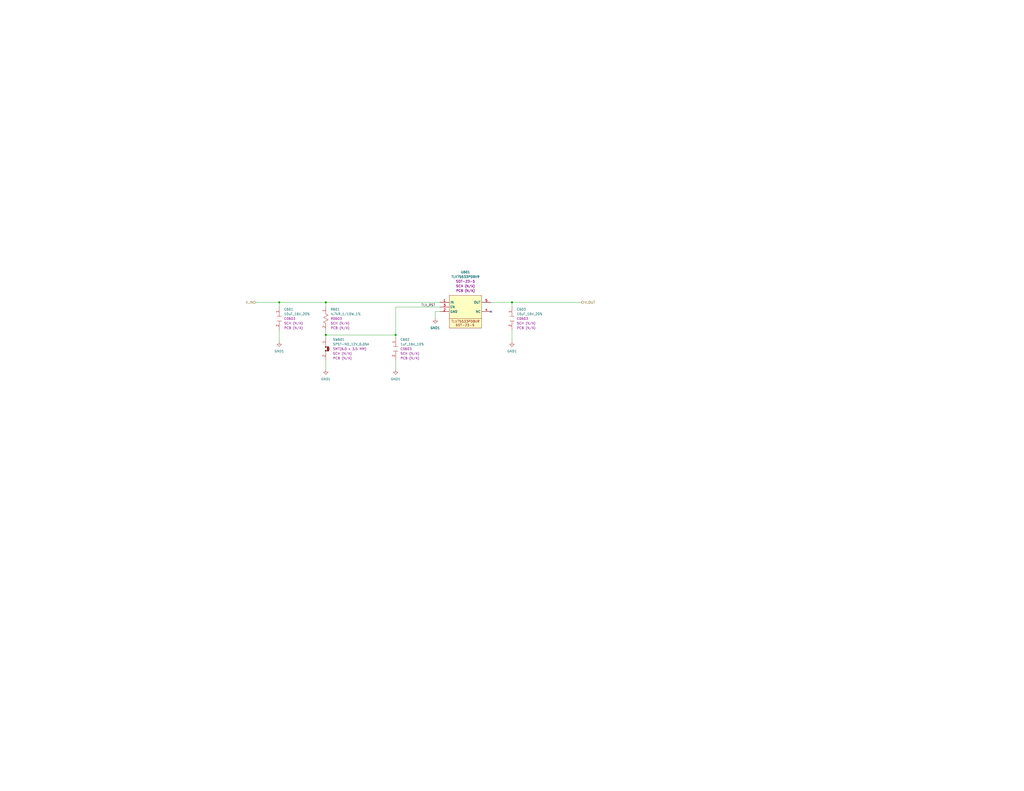
<source format=kicad_sch>
(kicad_sch (version 20231120) (generator "eeschema") (generator_version "8.0")
  (paper "C")
  (title_block (comment 2 "RELEASED"))
  (lib_symbols
    (symbol "_SCHLIB_ESP32-IsoLink:CAP_MLCC_10uF_16V_20%_X6S_C0603" (exclude_from_sim yes)
      (property "Reference" "C" (at 2.794 3.81 0))
      (property "Value" "10uF_16V_20%" (at 2.794 6.096 0))
      (property "Package" "C0603" (at 2.794 11.43 0))
      (property "SCH CHECK" "SCH (N/A)" (at 2.794 16.256 0))
      (property "PCB CHECk" "PCB (N/A)" (at 2.794 19.05 0))
      (symbol "CAP_MLCC_10uF_16V_20%_X6S_C0603_0_1"
        (polyline private (pts (xy 2.54 2.54) (xy 27.94 2.54)))
        (polyline private (pts (xy 2.54 5.08) (xy 27.94 5.08)))
        (polyline private (pts (xy 2.54 7.62) (xy 27.94 7.62)))
        (polyline private (pts (xy 2.54 10.16) (xy 27.94 10.16)))
        (polyline private (pts (xy 2.54 12.7) (xy 27.94 12.7)))
        (polyline private (pts (xy 2.54 15.24) (xy 27.94 15.24)))
        (polyline private (pts (xy 2.54 17.78) (xy 27.94 17.78)))
        (polyline private (pts (xy 2.54 20.32) (xy 27.94 20.32)))
        (polyline private (pts (xy 2.54 22.86) (xy 27.94 22.86)))
        (polyline private (pts (xy 2.54 25.4) (xy 27.94 25.4)))
        (polyline private (pts (xy 2.54 27.94) (xy 27.94 27.94)))
        (polyline private (pts (xy 2.54 30.48) (xy 27.94 30.48)))
        (polyline private (pts (xy 2.54 33.02) (xy 27.94 33.02)))
        (polyline private (pts (xy 2.54 35.56) (xy 27.94 35.56)))
        (polyline private (pts (xy 2.54 38.1) (xy 27.94 38.1)))
        (polyline private (pts (xy 2.54 40.64) (xy 27.94 40.64)))
        (polyline private (pts (xy 2.54 43.18) (xy 27.94 43.18)))
        (polyline private (pts (xy 2.54 45.72) (xy 27.94 45.72)))
        (polyline private (pts (xy 2.54 48.26) (xy 27.94 48.26)))
        (polyline private (pts (xy 2.54 50.8) (xy 27.94 50.8)))
        (polyline (pts (xy 5.08 1.27) (xy 5.08 -1.27)))
        (polyline (pts (xy 7.62 1.27) (xy 7.62 -1.27)))
      )
      (symbol "CAP_MLCC_10uF_16V_20%_X6S_C0603_1_1"
        (pin passive line (at 0 0 0) (length 5.08) (name "") (number "1"))
        (pin passive line (at 12.7 0 180) (length 5.08) (name "") (number "2"))
      )
    )
    (symbol "_SCHLIB_ESP32-IsoLink:CAP_MLCC_1uF_16V_10%_X7R_C0603" (exclude_from_sim yes)
      (property "Reference" "C" (at 2.794 3.81 0))
      (property "Value" "1uF_16V_10%" (at 2.794 6.096 0))
      (property "Package" "C0603" (at 2.794 11.43 0))
      (property "SCH CHECK" "SCH (N/A)" (at 2.794 16.256 0))
      (property "PCB CHECk" "PCB (N/A)" (at 2.794 19.05 0))
      (symbol "CAP_MLCC_1uF_16V_10%_X7R_C0603_0_1"
        (polyline private (pts (xy 2.54 2.54) (xy 27.94 2.54)))
        (polyline private (pts (xy 2.54 5.08) (xy 27.94 5.08)))
        (polyline private (pts (xy 2.54 7.62) (xy 27.94 7.62)))
        (polyline private (pts (xy 2.54 10.16) (xy 27.94 10.16)))
        (polyline private (pts (xy 2.54 12.7) (xy 27.94 12.7)))
        (polyline private (pts (xy 2.54 15.24) (xy 27.94 15.24)))
        (polyline private (pts (xy 2.54 17.78) (xy 27.94 17.78)))
        (polyline private (pts (xy 2.54 20.32) (xy 27.94 20.32)))
        (polyline private (pts (xy 2.54 22.86) (xy 27.94 22.86)))
        (polyline private (pts (xy 2.54 25.4) (xy 27.94 25.4)))
        (polyline private (pts (xy 2.54 27.94) (xy 27.94 27.94)))
        (polyline private (pts (xy 2.54 30.48) (xy 27.94 30.48)))
        (polyline private (pts (xy 2.54 33.02) (xy 27.94 33.02)))
        (polyline private (pts (xy 2.54 35.56) (xy 27.94 35.56)))
        (polyline private (pts (xy 2.54 38.1) (xy 27.94 38.1)))
        (polyline private (pts (xy 2.54 40.64) (xy 27.94 40.64)))
        (polyline private (pts (xy 2.54 43.18) (xy 27.94 43.18)))
        (polyline private (pts (xy 2.54 45.72) (xy 27.94 45.72)))
        (polyline private (pts (xy 2.54 48.26) (xy 27.94 48.26)))
        (polyline private (pts (xy 2.54 50.8) (xy 27.94 50.8)))
        (polyline (pts (xy 5.08 1.27) (xy 5.08 -1.27)))
        (polyline (pts (xy 7.62 1.27) (xy 7.62 -1.27)))
      )
      (symbol "CAP_MLCC_1uF_16V_10%_X7R_C0603_1_1"
        (pin passive line (at 0 0 0) (length 5.08) (name "") (number "1"))
        (pin passive line (at 12.7 0 180) (length 5.08) (name "") (number "2"))
      )
    )
    (symbol "_SCHLIB_ESP32-IsoLink:IC_PMIC_TLV75533PDBVR_REG LINEAR_3.3V_500mA_SOT23-5" (exclude_from_sim yes)
      (property "Reference" "U" (at 2.794 3.81 0))
      (property "Value" "TLV75533PDBVR" (at 2.794 6.096 0))
      (property "Package" "SOT-23-5" (at 2.794 11.43 0))
      (property "SCH CHECK" "SCH (N/A)" (at 2.794 16.256 0))
      (property "PCB CHECk" "PCB (N/A)" (at 2.794 19.05 0))
      (symbol "IC_PMIC_TLV75533PDBVR_REG LINEAR_3.3V_500mA_SOT23-5_0_1"
        (polyline private (pts (xy 2.54 2.54) (xy 27.94 2.54)))
        (polyline private (pts (xy 2.54 5.08) (xy 27.94 5.08)))
        (polyline private (pts (xy 2.54 7.62) (xy 27.94 7.62)))
        (polyline private (pts (xy 2.54 10.16) (xy 27.94 10.16)))
        (polyline private (pts (xy 2.54 12.7) (xy 27.94 12.7)))
        (polyline private (pts (xy 2.54 15.24) (xy 27.94 15.24)))
        (polyline private (pts (xy 2.54 17.78) (xy 27.94 17.78)))
        (polyline private (pts (xy 2.54 20.32) (xy 27.94 20.32)))
        (polyline private (pts (xy 2.54 22.86) (xy 27.94 22.86)))
        (polyline private (pts (xy 2.54 25.4) (xy 27.94 25.4)))
        (polyline private (pts (xy 2.54 27.94) (xy 27.94 27.94)))
        (polyline private (pts (xy 2.54 30.48) (xy 27.94 30.48)))
        (polyline private (pts (xy 2.54 33.02) (xy 27.94 33.02)))
        (polyline private (pts (xy 2.54 35.56) (xy 27.94 35.56)))
        (polyline private (pts (xy 2.54 38.1) (xy 27.94 38.1)))
        (polyline private (pts (xy 2.54 40.64) (xy 27.94 40.64)))
        (polyline private (pts (xy 2.54 43.18) (xy 27.94 43.18)))
        (polyline private (pts (xy 2.54 45.72) (xy 27.94 45.72)))
        (polyline private (pts (xy 2.54 48.26) (xy 27.94 48.26)))
        (polyline private (pts (xy 2.54 50.8) (xy 27.94 50.8)))
        (polyline (pts (xy 0 -12.7) (xy 17.78 -12.7)))
      )
      (symbol "IC_PMIC_TLV75533PDBVR_REG LINEAR_3.3V_500mA_SOT23-5_1_1"
        (rectangle (start 0 0) (end 17.78 -17.78) (fill (type background)))
        (text "SOT-23-5" (at 8.636 -16.256 0) (effects (font (size 1.27 1.27))))
        (text "TLV75533PDBVR" (at 8.89 -14.224 0) (effects (font (size 1.27 1.27))))
        (pin passive line (at -5.08 -3.81 0) (length 5.08) (name "IN") (number "1"))
        (pin passive line (at -5.08 -8.89 0) (length 5.08) (name "GND") (number "2"))
        (pin passive line (at -5.08 -6.35 0) (length 5.08) (name "EN") (number "3"))
        (pin passive line (at 22.86 -8.89 180) (length 5.08) (name "NC") (number "4"))
        (pin passive line (at 22.86 -3.81 180) (length 5.08) (name "OUT") (number "5"))
      )
    )
    (symbol "_SCHLIB_ESP32-IsoLink:RES_4.7kR_1/10W_1%_R0603" (exclude_from_sim yes)
      (property "Reference" "R" (at 2.794 3.81 0))
      (property "Value" "4.7kR_1/10W_1%" (at 2.794 6.096 0))
      (property "Package" "R0603" (at 2.794 11.43 0))
      (property "SCH CHECK" "SCH (N/A)" (at 2.794 16.256 0))
      (property "PCB CHECk" "PCB (N/A)" (at 2.794 19.05 0))
      (symbol "RES_4.7kR_1/10W_1%_R0603_0_1"
        (polyline private (pts (xy 2.54 2.54) (xy 27.94 2.54)))
        (polyline private (pts (xy 2.54 5.08) (xy 27.94 5.08)))
        (polyline private (pts (xy 2.54 7.62) (xy 27.94 7.62)))
        (polyline private (pts (xy 2.54 10.16) (xy 27.94 10.16)))
        (polyline private (pts (xy 2.54 12.7) (xy 27.94 12.7)))
        (polyline private (pts (xy 2.54 15.24) (xy 27.94 15.24)))
        (polyline private (pts (xy 2.54 17.78) (xy 27.94 17.78)))
        (polyline private (pts (xy 2.54 20.32) (xy 27.94 20.32)))
        (polyline private (pts (xy 2.54 22.86) (xy 27.94 22.86)))
        (polyline private (pts (xy 2.54 25.4) (xy 27.94 25.4)))
        (polyline private (pts (xy 2.54 27.94) (xy 27.94 27.94)))
        (polyline private (pts (xy 2.54 30.48) (xy 27.94 30.48)))
        (polyline private (pts (xy 2.54 33.02) (xy 27.94 33.02)))
        (polyline private (pts (xy 2.54 35.56) (xy 27.94 35.56)))
        (polyline private (pts (xy 2.54 38.1) (xy 27.94 38.1)))
        (polyline private (pts (xy 2.54 40.64) (xy 27.94 40.64)))
        (polyline private (pts (xy 2.54 43.18) (xy 27.94 43.18)))
        (polyline private (pts (xy 2.54 45.72) (xy 27.94 45.72)))
        (polyline private (pts (xy 2.54 48.26) (xy 27.94 48.26)))
        (polyline private (pts (xy 2.54 50.8) (xy 27.94 50.8)))
        (polyline (pts (xy 3.81 0) (xy 4.445 1.27) (xy 5.715 -1.27) (xy 6.985 1.27) (xy 8.255 -1.27) (xy 8.89 0)))
      )
      (symbol "RES_4.7kR_1/10W_1%_R0603_1_1"
        (pin passive line (at 0 0 0) (length 3.81) (name "") (number "1"))
        (pin passive line (at 12.7 0 180) (length 3.81) (name "") (number "2"))
      )
    )
    (symbol "_SCHLIB_ESP32-IsoLink:SW_SPST-NO_PTS636 SL50 SMTR LFS_12V_0.05A_TOP-ACT_SMT(6.0 x 3.5 MM)" (exclude_from_sim yes)
      (property "Reference" "SW" (at 2.794 3.81 0))
      (property "Value" "SPST-NO_12V_0.05A" (at 2.794 6.096 0))
      (property "Package" "SMT(6.0 x 3.5 MM)" (at 2.794 11.43 0))
      (property "SCH CHECK" "SCH (N/A)" (at 2.794 16.256 0))
      (property "PCB CHECk" "PCB (N/A)" (at 2.794 19.05 0))
      (symbol "SW_SPST-NO_PTS636 SL50 SMTR LFS_12V_0.05A_TOP-ACT_SMT(6.0 x 3.5 MM)_0_1"
        (polyline private (pts (xy 2.54 2.54) (xy 27.94 2.54)))
        (polyline private (pts (xy 2.54 5.08) (xy 27.94 5.08)))
        (polyline private (pts (xy 2.54 7.62) (xy 27.94 7.62)))
        (polyline private (pts (xy 2.54 10.16) (xy 27.94 10.16)))
        (polyline private (pts (xy 2.54 12.7) (xy 27.94 12.7)))
        (polyline private (pts (xy 2.54 15.24) (xy 27.94 15.24)))
        (polyline private (pts (xy 2.54 17.78) (xy 27.94 17.78)))
        (polyline private (pts (xy 2.54 20.32) (xy 27.94 20.32)))
        (polyline private (pts (xy 2.54 22.86) (xy 27.94 22.86)))
        (polyline private (pts (xy 2.54 25.4) (xy 27.94 25.4)))
        (polyline private (pts (xy 2.54 27.94) (xy 27.94 27.94)))
        (polyline private (pts (xy 2.54 30.48) (xy 27.94 30.48)))
        (polyline private (pts (xy 2.54 33.02) (xy 27.94 33.02)))
        (polyline private (pts (xy 2.54 35.56) (xy 27.94 35.56)))
        (polyline private (pts (xy 2.54 38.1) (xy 27.94 38.1)))
        (polyline private (pts (xy 2.54 40.64) (xy 27.94 40.64)))
        (polyline private (pts (xy 2.54 43.18) (xy 27.94 43.18)))
        (polyline private (pts (xy 2.54 45.72) (xy 27.94 45.72)))
        (polyline private (pts (xy 2.54 48.26) (xy 27.94 48.26)))
        (polyline private (pts (xy 2.54 50.8) (xy 27.94 50.8)))
      )
      (symbol "SW_SPST-NO_PTS636 SL50 SMTR LFS_12V_0.05A_TOP-ACT_SMT(6.0 x 3.5 MM)_1_1"
        (rectangle (start 5.08 1.524) (end 7.62 0.762) (fill (type outline)))
        (circle (center 5.334 0) (radius 0.3592) (fill (type outline)))
        (rectangle (start 5.842 2.032) (end 6.858 1.524) (fill (type background)))
        (circle (center 7.366 0) (radius 0.3592) (fill (type outline)))
        (pin passive line (at 0 0 0) (length 5.08) (name "") (number "1"))
        (pin passive line (at 12.7 0 180) (length 5.08) (name "") (number "2"))
      )
    )
    (symbol "power:GND1" (power) (pin_numbers hide) (pin_names (offset 0) hide)
      (property "Value" "GND1" (at 0 -3.81 0))
      (symbol "GND1_0_1"
        (polyline (pts (xy 0 0) (xy 0 -1.27) (xy 1.27 -1.27) (xy 0 -2.54) (xy -1.27 -1.27) (xy 0 -1.27)))
      )
      (symbol "GND1_1_1"
        (pin power_in line (at 0 0 270) (length 0) (name "~") (number "1"))
      )
    )
  )
  (junction (at 279.4 165.1))
  (junction (at 215.9 182.88))
  (junction (at 177.8 165.1))
  (junction (at 152.4 165.1))
  (junction (at 177.8 182.88))
  (no_connect (at 267.97 170.18))
  (wire (pts (xy 177.8 165.1) (xy 177.8 167.64)))
  (wire (pts (xy 279.4 165.1) (xy 317.5 165.1)))
  (wire (pts (xy 177.8 165.1) (xy 152.4 165.1)))
  (wire (pts (xy 177.8 182.88) (xy 177.8 184.15)))
  (wire (pts (xy 237.49 170.18) (xy 240.03 170.18)))
  (wire (pts (xy 177.8 182.88) (xy 215.9 182.88)))
  (wire (pts (xy 152.4 186.69) (xy 152.4 180.34)))
  (wire (pts (xy 177.8 180.34) (xy 177.8 182.88)))
  (wire (pts (xy 177.8 196.85) (xy 177.8 201.93)))
  (wire (pts (xy 215.9 167.64) (xy 215.9 182.88)))
  (wire (pts (xy 237.49 173.99) (xy 237.49 170.18)))
  (wire (pts (xy 240.03 165.1) (xy 177.8 165.1)))
  (wire (pts (xy 139.7 165.1) (xy 152.4 165.1)))
  (wire (pts (xy 279.4 186.69) (xy 279.4 180.34)))
  (wire (pts (xy 215.9 167.64) (xy 240.03 167.64)))
  (wire (pts (xy 215.9 201.93) (xy 215.9 196.85)))
  (wire (pts (xy 279.4 165.1) (xy 267.97 165.1)))
  (wire (pts (xy 279.4 167.64) (xy 279.4 165.1)))
  (wire (pts (xy 152.4 165.1) (xy 152.4 167.64)))
  (wire (pts (xy 215.9 182.88) (xy 215.9 184.15)))
  (label "TLV_RST" (at 229.87 167.64 0))
  (hierarchical_label "V_IN" (shape input) (at 139.7 165.1 180))
  (hierarchical_label "V_OUT" (shape output) (at 317.5 165.1 0))
  (symbol (lib_id "_SCHLIB_ESP32-IsoLink:CAP_MLCC_10uF_16V_20%_X6S_C0603") (at 279.4 167.64 270) (unit 1) (exclude_from_sim yes)
    (property "Reference" "C603" (at 281.94 168.9099 90) (effects (justify left)))
    (property "Value" "10uF_16V_20%" (at 281.94 171.4499 90) (effects (justify left)))
    (property "Footprint" "_PCBLIB_ESP32-IsoLink:C_0603_1608Metric" (effects (hide yes)))
    (property "Datasheet" "https://mm.digikey.com/Volume0/opasdata/d220001/medias/docus/43/CL10X106MO8NRNC_Spec.pdf" (effects (hide yes)))
    (property "Description" "10 µF ±20% 16V Ceramic Capacitor X6S 0603 (1608 Metric)" (effects (hide yes)))
    (property "Package" "C0603" (at 281.94 173.9899 90) (effects (justify left)))
    (property "Manufacturer 1" "Samsung Electro-Mechanics" (effects (hide yes)))
    (property "MPN 1" "CL10X106MO8NRNC" (effects (hide yes)))
    (property "Vendor 1 Part# - TR" "1276-6769-2-ND" (effects (hide yes)))
    (property "Vendor 1 Part# - CT" "1276-6769-1-ND" (effects (hide yes)))
    (property "Vendor 1" "Digikey" (effects (hide yes)))
    (property "Purchase Link 1" "https://www.digikey.ca/en/products/detail/samsung-electro-mechanics/CL10X106MO8NRNC/5961253" (effects (hide yes)))
    (property "Manufacturer 2" "Samsung Electro-Mechanics" (effects (hide yes)))
    (property "MPN 2" "CL10X106MO8NRNC" (effects (hide yes)))
    (property "Vendor 2 Part# - TR" "C3039688" (effects (hide yes)))
    (property "Vendor 2 Part# - CT" "C3039688" (effects (hide yes)))
    (property "Vendor 2" "LCSC Electronics" (effects (hide yes)))
    (property "Purchase Link 2" "https://www.lcsc.com/product-detail/Multilayer-Ceramic-Capacitors-MLCC-SMD-SMT_Samsung-Electro-Mechanics-CL10X106MO8NRNC_C3039688.html?s_z=n_CL10X106MO8NRNC" (effects (hide yes)))
    (property "SCH CHECK" "SCH (N/A)" (at 281.94 176.5299 90) (effects (justify left)))
    (property "PCB CHECk" "PCB (N/A)" (at 281.94 179.0699 90) (effects (justify left)))
  )
  (symbol (lib_id "_SCHLIB_ESP32-IsoLink:CAP_MLCC_1uF_16V_10%_X7R_C0603") (at 215.9 184.15 270) (unit 1) (exclude_from_sim yes)
    (property "Reference" "C602" (at 218.44 185.4199 90) (effects (justify left)))
    (property "Value" "1uF_16V_10%" (at 218.44 187.9599 90) (effects (justify left)))
    (property "Footprint" "_PCBLIB_ESP32-IsoLink:C_0603_1608Metric" (effects (hide yes)))
    (property "Datasheet" "https://weblib.samsungsem.com/mlcc/mlcc-ec-data-sheet.do?partNumber=CL10B105KO8NNN" (effects (hide yes)))
    (property "Description" "1 µF ±10% 16V Ceramic Capacitor X7R 0603 (1608 Metric)" (effects (hide yes)))
    (property "Package" "C0603" (at 218.44 190.4999 90) (effects (justify left)))
    (property "Manufacturer 1" "Samsung Electro-Mechanics" (effects (hide yes)))
    (property "MPN 1" "CL10B105KO8NNNC" (effects (hide yes)))
    (property "Vendor 1 Part# - TR" "1276-1019-2-ND" (effects (hide yes)))
    (property "Vendor 1 Part# - CT" "1276-1019-1-ND" (effects (hide yes)))
    (property "Vendor 1" "Digikey" (effects (hide yes)))
    (property "Purchase Link 1" "https://www.digikey.ca/en/products/detail/samsung-electro-mechanics/CL10B105KO8NNNC/3886677" (effects (hide yes)))
    (property "Manufacturer 2" "Samsung Electro-Mechanics" (effects (hide yes)))
    (property "MPN 2" "CL10B105KO8NNNC" (effects (hide yes)))
    (property "Vendor 2 Part# - TR" "CL10B105KO8NNNC" (effects (hide yes)))
    (property "Vendor 2 Part# - CT" "CL10B105KO8NNNC" (effects (hide yes)))
    (property "Vendor 2" "LCSC Electronics" (effects (hide yes)))
    (property "Purchase Link 2" "https://www.lcsc.com/product-detail/Multilayer-Ceramic-Capacitors-MLCC-SMD-SMT_Samsung-Electro-Mechanics-CL10B105KO8NNNC_C59782.html?s_z=n_CL10B105KO8NNNC" (effects (hide yes)))
    (property "SCH CHECK" "SCH (N/A)" (at 218.44 193.0399 90) (effects (justify left)))
    (property "PCB CHECk" "PCB (N/A)" (at 218.44 195.5799 90) (effects (justify left)))
  )
  (symbol (lib_id "_SCHLIB_ESP32-IsoLink:IC_PMIC_TLV75533PDBVR_REG LINEAR_3.3V_500mA_SOT23-5") (at 245.11 161.29 0) (unit 1) (exclude_from_sim yes)
    (property "Reference" "U601" (at 254 148.59 0))
    (property "Value" "TLV75533PDBVR" (at 254 151.13 0))
    (property "Footprint" "_PCBLIB_ESP32-IsoLink:SOT-23-5" (effects (hide yes)))
    (property "Datasheet" "https://www.ti.com/general/docs/suppproductinfo.tsp?distId=10&gotoUrl=https%3A%2F%2Fwww.ti.com%2Flit%2Fgpn%2Ftlv755p" (effects (hide yes)))
    (property "Description" "Linear Voltage Regulator IC Positive Fixed 1 Output 500mA SOT-23-5" (effects (hide yes)))
    (property "Package" "SOT-23-5" (at 254 153.67 0))
    (property "Manufacturer 1" "Texas Instruments" (effects (hide yes)))
    (property "MPN 1" "TLV75533PDBVR" (effects (hide yes)))
    (property "Vendor 1 Part# - TR" "296-50411-2-ND" (effects (hide yes)))
    (property "Vendor 1 Part# - CT" "296-50411-1-ND" (effects (hide yes)))
    (property "Vendor 1" "Digikey" (effects (hide yes)))
    (property "Purchase Link 1" "https://www.digikey.ca/en/products/detail/texas-instruments/TLV75533PDBVR/9356541" (effects (hide yes)))
    (property "Manufacturer 2" "Texas Instruments" (effects (hide yes)))
    (property "MPN 2" "TLV75533PDBVR" (effects (hide yes)))
    (property "Vendor 2 Part# - TR" "C404027" (effects (hide yes)))
    (property "Vendor 2 Part# - CT" "C404027" (effects (hide yes)))
    (property "Vendor 2" "LCSC Electronics" (effects (hide yes)))
    (property "Purchase Link 2" "https://www.lcsc.com/product-detail/Voltage-Regulators-Linear-Low-Drop-Out-LDO-Regulators_Texas-Instruments-TLV75533PDBVR_C404027.html?s_z=n_TLV75533PDBVR" (effects (hide yes)))
    (property "SCH CHECK" "SCH (N/A)" (at 254 156.21 0))
    (property "PCB CHECk" "PCB (N/A)" (at 254 158.75 0))
  )
  (symbol (lib_id "_SCHLIB_ESP32-IsoLink:RES_4.7kR_1/10W_1%_R0603") (at 177.8 167.64 270) (unit 1) (exclude_from_sim yes)
    (property "Reference" "R601" (at 180.34 168.9099 90) (effects (justify left)))
    (property "Value" "4.7kR_1/10W_1%" (at 180.34 171.4499 90) (effects (justify left)))
    (property "Footprint" "_PCBLIB_ESP32-IsoLink:R_0603_1608Metric" (effects (hide yes)))
    (property "Datasheet" "https://industrial.panasonic.com/cdbs/www-data/pdf/RDA0000/AOA0000C304.pdf" (effects (hide yes)))
    (property "Description" "4.7 kOhms ±1% 0.1W, 1/10W Chip Resistor 0603 (1608 Metric) Automotive AEC-Q200 Thick Film" (effects (hide yes)))
    (property "Package" "R0603" (at 180.34 173.9899 90) (effects (justify left)))
    (property "Manufacturer 1" "Panasonic Electronic Components" (effects (hide yes)))
    (property "MPN 1" "ERJ-3EKF4701V" (effects (hide yes)))
    (property "Vendor 1 Part# - TR" "P4.70KHTR-ND" (effects (hide yes)))
    (property "Vendor 1 Part# - CT" "P4.70KHCT-ND" (effects (hide yes)))
    (property "Vendor 1" "Digikey" (effects (hide yes)))
    (property "Purchase Link 1" "https://www.digikey.ca/en/products/detail/panasonic-electronic-components/ERJ-3EKF4701V/1746419" (effects (hide yes)))
    (property "Manufacturer 2" "PANASONIC" (effects (hide yes)))
    (property "MPN 2" "ERJ3EKF4701V" (effects (hide yes)))
    (property "Vendor 2 Part# - TR" "C192166" (effects (hide yes)))
    (property "Vendor 2 Part# - CT" "C192166" (effects (hide yes)))
    (property "Vendor 2" "LCSC Electronics" (effects (hide yes)))
    (property "Purchase Link 2" "https://www.lcsc.com/product-detail/Chip-Resistor-Surface-Mount_PANASONIC-ERJ3EKF4701V_C192166.html?s_z=n_ERJ-3EKF4701V" (effects (hide yes)))
    (property "SCH CHECK" "SCH (N/A)" (at 180.34 176.5299 90) (effects (justify left)))
    (property "PCB CHECk" "PCB (N/A)" (at 180.34 179.0699 90) (effects (justify left)))
  )
  (symbol (lib_id "_SCHLIB_ESP32-IsoLink:CAP_MLCC_10uF_16V_20%_X6S_C0603") (at 152.4 167.64 270) (unit 1) (exclude_from_sim yes)
    (property "Reference" "C601" (at 154.94 168.9099 90) (effects (justify left)))
    (property "Value" "10uF_16V_20%" (at 154.94 171.4499 90) (effects (justify left)))
    (property "Footprint" "_PCBLIB_ESP32-IsoLink:C_0603_1608Metric" (effects (hide yes)))
    (property "Datasheet" "https://mm.digikey.com/Volume0/opasdata/d220001/medias/docus/43/CL10X106MO8NRNC_Spec.pdf" (effects (hide yes)))
    (property "Description" "10 µF ±20% 16V Ceramic Capacitor X6S 0603 (1608 Metric)" (effects (hide yes)))
    (property "Package" "C0603" (at 154.94 173.9899 90) (effects (justify left)))
    (property "Manufacturer 1" "Samsung Electro-Mechanics" (effects (hide yes)))
    (property "MPN 1" "CL10X106MO8NRNC" (effects (hide yes)))
    (property "Vendor 1 Part# - TR" "1276-6769-2-ND" (effects (hide yes)))
    (property "Vendor 1 Part# - CT" "1276-6769-1-ND" (effects (hide yes)))
    (property "Vendor 1" "Digikey" (effects (hide yes)))
    (property "Purchase Link 1" "https://www.digikey.ca/en/products/detail/samsung-electro-mechanics/CL10X106MO8NRNC/5961253" (effects (hide yes)))
    (property "Manufacturer 2" "Samsung Electro-Mechanics" (effects (hide yes)))
    (property "MPN 2" "CL10X106MO8NRNC" (effects (hide yes)))
    (property "Vendor 2 Part# - TR" "C3039688" (effects (hide yes)))
    (property "Vendor 2 Part# - CT" "C3039688" (effects (hide yes)))
    (property "Vendor 2" "LCSC Electronics" (effects (hide yes)))
    (property "Purchase Link 2" "https://www.lcsc.com/product-detail/Multilayer-Ceramic-Capacitors-MLCC-SMD-SMT_Samsung-Electro-Mechanics-CL10X106MO8NRNC_C3039688.html?s_z=n_CL10X106MO8NRNC" (effects (hide yes)))
    (property "SCH CHECK" "SCH (N/A)" (at 154.94 176.5299 90) (effects (justify left)))
    (property "PCB CHECk" "PCB (N/A)" (at 154.94 179.0699 90) (effects (justify left)))
  )
  (symbol (lib_id "_SCHLIB_ESP32-IsoLink:SW_SPST-NO_PTS636 SL50 SMTR LFS_12V_0.05A_TOP-ACT_SMT(6.0 x 3.5 MM)") (at 177.8 184.15 270) (unit 1) (exclude_from_sim yes)
    (property "Reference" "SW601" (at 181.61 185.4199 90) (effects (justify left)))
    (property "Value" "SPST-NO_12V_0.05A" (at 181.61 187.9599 90) (effects (justify left)))
    (property "Footprint" "_PCBLIB_ESP32-IsoLink:SW_Tactile_SPST_NO_Straight_CK_PTS636Sx25SMTRLFS" (effects (hide yes)))
    (property "Datasheet" "https://www.ckswitches.com/media/2779/pts636.pdf" (effects (hide yes)))
    (property "Description" "Tactile Switch SPST-NO Top Actuated Surface Mount" (effects (hide yes)))
    (property "Package" "SMT(6.0 x 3.5 MM)" (at 181.61 190.4999 90) (effects (justify left)))
    (property "Manufacturer 1" "C&K" (effects (hide yes)))
    (property "MPN 1" "PTS636 SL50 SMTR LFS" (effects (hide yes)))
    (property "Vendor 1 Part# - TR" "CKN12313-2-ND" (effects (hide yes)))
    (property "Vendor 1 Part# - CT" "CKN12313-1-ND" (effects (hide yes)))
    (property "Vendor 1" "Digikey" (effects (hide yes)))
    (property "Purchase Link 1" "https://www.digikey.ca/en/products/detail/c-k/PTS636-SL50-SMTR-LFS/10071726" (effects (hide yes)))
    (property "Manufacturer 2" "C&K" (effects (hide yes)))
    (property "MPN 2" "PTS636SK25SMTRLFS" (effects (hide yes)))
    (property "Vendor 2 Part# - TR" "C2689642" (effects (hide yes)))
    (property "Vendor 2 Part# - CT" "C2689642" (effects (hide yes)))
    (property "Vendor 2" "LCSC Electronics" (effects (hide yes)))
    (property "Purchase Link 2" "https://www.lcsc.com/product-detail/Tactile-Switches_C-K-PTS636SK25SMTRLFS_C2689642.html?s_z=n_PTS636%20SL50%20SMTR%20LFS" (effects (hide yes)))
    (property "SCH CHECK" "SCH (N/A)" (at 181.61 193.0399 90) (effects (justify left)))
    (property "PCB CHECk" "PCB (N/A)" (at 181.61 195.5799 90) (effects (justify left)))
  )
  (symbol (lib_id "power:GND1") (at 177.8 201.93 0) (unit 1)
    (property "Reference" "#PWR0602" (effects (hide yes)))
    (property "Value" "GND1" (at 177.8 207.01 0))
    (property "Description" "Power symbol creates a global label with name \"GND1\" , ground" (effects (hide yes)))
  )
  (symbol (lib_id "power:GND1") (at 279.4 186.69 0) (unit 1)
    (property "Reference" "#PWR0605" (effects (hide yes)))
    (property "Value" "GND1" (at 279.4 191.77 0))
    (property "Description" "Power symbol creates a global label with name \"GND1\" , ground" (effects (hide yes)))
  )
  (symbol (lib_id "power:GND1") (at 237.49 173.99 0) (unit 1)
    (property "Reference" "#PWR0604" (effects (hide yes)))
    (property "Value" "GND1" (at 237.49 179.07 0))
    (property "Description" "Power symbol creates a global label with name \"GND1\" , ground" (effects (hide yes)))
  )
  (symbol (lib_id "power:GND1") (at 215.9 201.93 0) (unit 1)
    (property "Reference" "#PWR0603" (effects (hide yes)))
    (property "Value" "GND1" (at 215.9 207.01 0))
    (property "Description" "Power symbol creates a global label with name \"GND1\" , ground" (effects (hide yes)))
  )
  (symbol (lib_id "power:GND1") (at 152.4 186.69 0) (unit 1)
    (property "Reference" "#PWR0601" (effects (hide yes)))
    (property "Value" "GND1" (at 152.4 191.77 0))
    (property "Description" "Power symbol creates a global label with name \"GND1\" , ground" (effects (hide yes)))
  )
)
</source>
